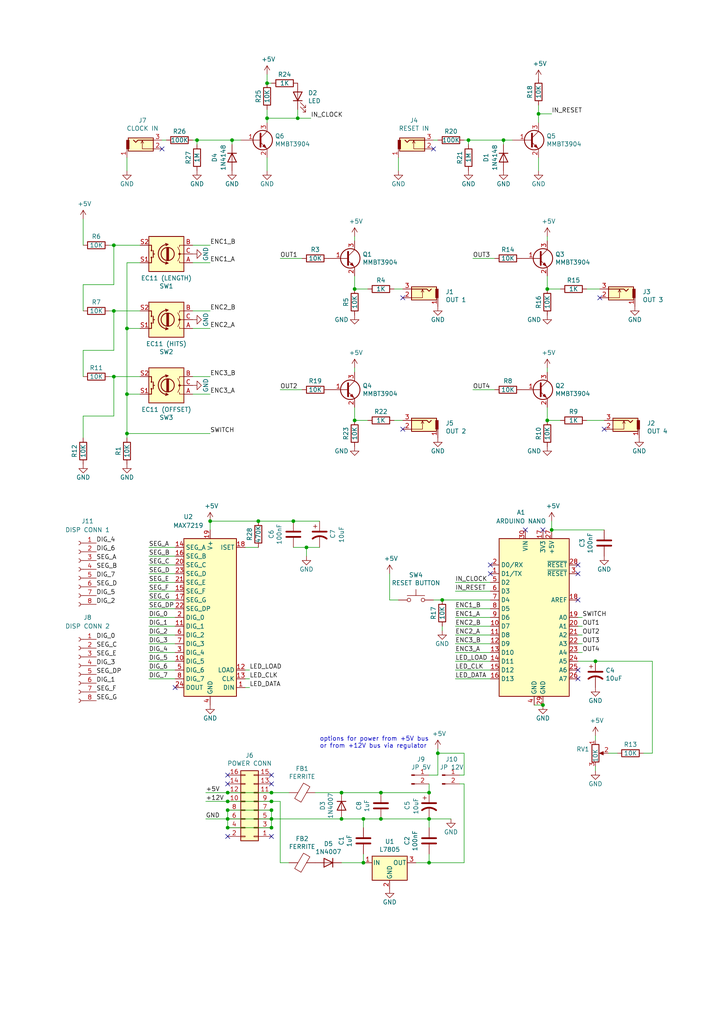
<source format=kicad_sch>
(kicad_sch (version 20211123) (generator eeschema)
  (paper "A4" portrait)
  (title_block (title "Eugenio - Euclidean Sequencer") (date "2022-08-13") (rev "E"))
  (lib_symbols
    (symbol "Akiyuki_Connector:THONKICONN" (pin_names (offset 1.016))
      (property "Reference" "J" (at -1.27 4.445 0))
      (property "Value" "THONKICONN" (at 1.27 -2.54 0))
      (symbol "THONKICONN_1_1"
        (pin passive line (at -5.08 -2.54 90) (length 2.54) (name "~") (number "1"))
        (pin passive line (at 5.08 0 180) (length 2.54) (name "~") (number "2"))
        (pin passive line (at 5.08 2.54 180) (length 2.54) (name "~") (number "3"))
      )
    )
    (symbol "Connector:Conn_01x02_Male" (pin_names (offset 1.016) hide)
      (property "Reference" "J" (at 0 2.54 0))
      (property "Value" "Conn_01x02_Male" (at 0 -5.08 0))
      (symbol "Conn_01x02_Male_1_1"
        (pin passive line (at 5.08 0 180) (length 3.81) (name "Pin_1") (number "1"))
        (pin passive line (at 5.08 -2.54 180) (length 3.81) (name "Pin_2") (number "2"))
      )
    )
    (symbol "Connector:Conn_01x08_Female" (pin_names (offset 1.016) hide)
      (property "Reference" "J" (at 0 10.16 0))
      (property "Value" "Conn_01x08_Female" (at 0 -12.7 0))
      (symbol "Conn_01x08_Female_1_1"
        (pin passive line (at -5.08 7.62 0) (length 3.81) (name "Pin_1") (number "1"))
        (pin passive line (at -5.08 5.08 0) (length 3.81) (name "Pin_2") (number "2"))
        (pin passive line (at -5.08 2.54 0) (length 3.81) (name "Pin_3") (number "3"))
        (pin passive line (at -5.08 0 0) (length 3.81) (name "Pin_4") (number "4"))
        (pin passive line (at -5.08 -2.54 0) (length 3.81) (name "Pin_5") (number "5"))
        (pin passive line (at -5.08 -5.08 0) (length 3.81) (name "Pin_6") (number "6"))
        (pin passive line (at -5.08 -7.62 0) (length 3.81) (name "Pin_7") (number "7"))
        (pin passive line (at -5.08 -10.16 0) (length 3.81) (name "Pin_8") (number "8"))
      )
    )
    (symbol "Connector_Generic:Conn_02x08_Odd_Even" (pin_names (offset 1.016) hide)
      (property "Reference" "J" (at 1.27 10.16 0))
      (property "Value" "Conn_02x08_Odd_Even" (at 1.27 -12.7 0))
      (symbol "Conn_02x08_Odd_Even_1_1"
        (pin passive line (at -5.08 7.62 0) (length 3.81) (name "Pin_1") (number "1"))
        (pin passive line (at 7.62 -2.54 180) (length 3.81) (name "Pin_10") (number "10"))
        (pin passive line (at -5.08 -5.08 0) (length 3.81) (name "Pin_11") (number "11"))
        (pin passive line (at 7.62 -5.08 180) (length 3.81) (name "Pin_12") (number "12"))
        (pin passive line (at -5.08 -7.62 0) (length 3.81) (name "Pin_13") (number "13"))
        (pin passive line (at 7.62 -7.62 180) (length 3.81) (name "Pin_14") (number "14"))
        (pin passive line (at -5.08 -10.16 0) (length 3.81) (name "Pin_15") (number "15"))
        (pin passive line (at 7.62 -10.16 180) (length 3.81) (name "Pin_16") (number "16"))
        (pin passive line (at 7.62 7.62 180) (length 3.81) (name "Pin_2") (number "2"))
        (pin passive line (at -5.08 5.08 0) (length 3.81) (name "Pin_3") (number "3"))
        (pin passive line (at 7.62 5.08 180) (length 3.81) (name "Pin_4") (number "4"))
        (pin passive line (at -5.08 2.54 0) (length 3.81) (name "Pin_5") (number "5"))
        (pin passive line (at 7.62 2.54 180) (length 3.81) (name "Pin_6") (number "6"))
        (pin passive line (at -5.08 0 0) (length 3.81) (name "Pin_7") (number "7"))
        (pin passive line (at 7.62 0 180) (length 3.81) (name "Pin_8") (number "8"))
        (pin passive line (at -5.08 -2.54 0) (length 3.81) (name "Pin_9") (number "9"))
      )
    )
    (symbol "Device:C" (pin_numbers hide) (pin_names (offset 0.254))
      (property "Reference" "C" (at 0.635 2.54 0))
      (property "Value" "C" (at 0.635 -2.54 0))
      (symbol "C_1_1"
        (pin passive line (at 0 3.81 270) (length 2.794) (name "~") (number "1"))
        (pin passive line (at 0 -3.81 90) (length 2.794) (name "~") (number "2"))
      )
    )
    (symbol "Device:C_Polarized_US" (pin_numbers hide) (pin_names (offset 0.254) hide)
      (property "Reference" "C" (at 0.635 2.54 0))
      (property "Value" "C_Polarized_US" (at 0.635 -2.54 0))
      (symbol "C_Polarized_US_1_1"
        (pin passive line (at 0 3.81 270) (length 2.794) (name "~") (number "1"))
        (pin passive line (at 0 -3.81 90) (length 3.302) (name "~") (number "2"))
      )
    )
    (symbol "Device:FerriteBead" (pin_numbers hide) (pin_names (offset 0))
      (property "Reference" "FB" (at -3.81 0.635 90))
      (property "Value" "FerriteBead" (at 3.81 0 90))
      (symbol "FerriteBead_1_1"
        (pin passive line (at 0 3.81 270) (length 2.54) (name "~") (number "1"))
        (pin passive line (at 0 -3.81 90) (length 2.54) (name "~") (number "2"))
      )
    )
    (symbol "Device:LED" (pin_numbers hide) (pin_names (offset 1.016) hide)
      (property "Reference" "D" (at 0 2.54 0))
      (property "Value" "LED" (at 0 -2.54 0))
      (symbol "LED_1_1"
        (pin passive line (at -3.81 0 0) (length 2.54) (name "K") (number "1"))
        (pin passive line (at 3.81 0 180) (length 2.54) (name "A") (number "2"))
      )
    )
    (symbol "Device:R" (pin_numbers hide) (pin_names (offset 0))
      (property "Reference" "R" (at 2.032 0 90))
      (property "Value" "R" (at 0 0 90))
      (symbol "R_1_1"
        (pin passive line (at 0 3.81 270) (length 1.27) (name "~") (number "1"))
        (pin passive line (at 0 -3.81 90) (length 1.27) (name "~") (number "2"))
      )
    )
    (symbol "Device:R_Potentiometer" (pin_names (offset 1.016) hide)
      (property "Reference" "RV" (at -4.445 0 90))
      (property "Value" "R_Potentiometer" (at -2.54 0 90))
      (symbol "R_Potentiometer_1_1"
        (pin passive line (at 0 3.81 270) (length 1.27) (name "1") (number "1"))
        (pin passive line (at 3.81 0 180) (length 1.27) (name "2") (number "2"))
        (pin passive line (at 0 -3.81 90) (length 1.27) (name "3") (number "3"))
      )
    )
    (symbol "Device:RotaryEncoder_Switch" (pin_names (offset 0.254) hide)
      (property "Reference" "SW" (at 0 6.604 0))
      (property "Value" "RotaryEncoder_Switch" (at 0 -6.604 0))
      (symbol "RotaryEncoder_Switch_1_1"
        (pin passive line (at -7.62 2.54 0) (length 2.54) (name "A") (number "A"))
        (pin passive line (at -7.62 -2.54 0) (length 2.54) (name "B") (number "B"))
        (pin passive line (at -7.62 0 0) (length 2.54) (name "C") (number "C"))
        (pin passive line (at 7.62 2.54 180) (length 2.54) (name "S1") (number "S1"))
        (pin passive line (at 7.62 -2.54 180) (length 2.54) (name "S2") (number "S2"))
      )
    )
    (symbol "Diode:1N4007" (pin_numbers hide) (pin_names (offset 1.016) hide)
      (property "Reference" "D" (at 0 2.54 0))
      (property "Value" "1N4007" (at 0 -2.54 0))
      (symbol "1N4007_1_1"
        (pin passive line (at -3.81 0 0) (length 2.54) (name "K") (number "1"))
        (pin passive line (at 3.81 0 180) (length 2.54) (name "A") (number "2"))
      )
    )
    (symbol "Diode:1N4148" (pin_numbers hide) (pin_names (offset 1.016) hide)
      (property "Reference" "D" (at 0 2.54 0))
      (property "Value" "1N4148" (at 0 -2.54 0))
      (symbol "1N4148_1_1"
        (pin passive line (at -3.81 0 0) (length 2.54) (name "K") (number "1"))
        (pin passive line (at 3.81 0 180) (length 2.54) (name "A") (number "2"))
      )
    )
    (symbol "Driver_LED:MAX7219"
      (property "Reference" "U" (at -6.35 24.13 0))
      (property "Value" "MAX7219" (at 1.27 25.4 0))
      (symbol "MAX7219_1_1"
        (pin input line (at -10.16 -20.32 0) (length 2.54) (name "DIN") (number "1"))
        (pin output line (at 10.16 -12.7 180) (length 2.54) (name "DIG_5") (number "10"))
        (pin output line (at 10.16 -2.54 180) (length 2.54) (name "DIG_1") (number "11"))
        (pin input line (at -10.16 -15.24 0) (length 2.54) (name "LOAD") (number "12"))
        (pin input line (at -10.16 -17.78 0) (length 2.54) (name "CLK") (number "13"))
        (pin output line (at 10.16 20.32 180) (length 2.54) (name "SEG_A") (number "14"))
        (pin output line (at 10.16 7.62 180) (length 2.54) (name "SEG_F") (number "15"))
        (pin output line (at 10.16 17.78 180) (length 2.54) (name "SEG_B") (number "16"))
        (pin output line (at 10.16 5.08 180) (length 2.54) (name "SEG_G") (number "17"))
        (pin input line (at -10.16 20.32 0) (length 2.54) (name "ISET") (number "18"))
        (pin power_in line (at 0 25.4 270) (length 2.54) (name "V+") (number "19"))
        (pin output line (at 10.16 0 180) (length 2.54) (name "DIG_0") (number "2"))
        (pin output line (at 10.16 15.24 180) (length 2.54) (name "SEG_C") (number "20"))
        (pin output line (at 10.16 10.16 180) (length 2.54) (name "SEG_E") (number "21"))
        (pin output line (at 10.16 2.54 180) (length 2.54) (name "SEG_DP") (number "22"))
        (pin output line (at 10.16 12.7 180) (length 2.54) (name "SEG_D") (number "23"))
        (pin output line (at 10.16 -20.32 180) (length 2.54) (name "DOUT") (number "24"))
        (pin output line (at 10.16 -10.16 180) (length 2.54) (name "DIG_4") (number "3"))
        (pin power_in line (at 0 -25.4 90) (length 2.54) (name "GND") (number "4"))
        (pin output line (at 10.16 -15.24 180) (length 2.54) (name "DIG_6") (number "5"))
        (pin output line (at 10.16 -5.08 180) (length 2.54) (name "DIG_2") (number "6"))
        (pin output line (at 10.16 -7.62 180) (length 2.54) (name "DIG_3") (number "7"))
        (pin output line (at 10.16 -17.78 180) (length 2.54) (name "DIG_7") (number "8"))
        (pin passive line (at 0 -25.4 90) (length 2.54) hide (name "GND") (number "9"))
      )
    )
    (symbol "MCU_Module:Arduino_Nano_v3.x"
      (property "Reference" "A" (at -10.16 23.495 0))
      (property "Value" "Arduino_Nano_v3.x" (at 5.08 -24.13 0))
      (symbol "Arduino_Nano_v3.x_1_1"
        (pin bidirectional line (at -12.7 12.7 0) (length 2.54) (name "D1/TX") (number "1"))
        (pin bidirectional line (at -12.7 -2.54 0) (length 2.54) (name "D7") (number "10"))
        (pin bidirectional line (at -12.7 -5.08 0) (length 2.54) (name "D8") (number "11"))
        (pin bidirectional line (at -12.7 -7.62 0) (length 2.54) (name "D9") (number "12"))
        (pin bidirectional line (at -12.7 -10.16 0) (length 2.54) (name "D10") (number "13"))
        (pin bidirectional line (at -12.7 -12.7 0) (length 2.54) (name "D11") (number "14"))
        (pin bidirectional line (at -12.7 -15.24 0) (length 2.54) (name "D12") (number "15"))
        (pin bidirectional line (at -12.7 -17.78 0) (length 2.54) (name "D13") (number "16"))
        (pin power_out line (at 2.54 25.4 270) (length 2.54) (name "3V3") (number "17"))
        (pin input line (at 12.7 5.08 180) (length 2.54) (name "AREF") (number "18"))
        (pin bidirectional line (at 12.7 0 180) (length 2.54) (name "A0") (number "19"))
        (pin bidirectional line (at -12.7 15.24 0) (length 2.54) (name "D0/RX") (number "2"))
        (pin bidirectional line (at 12.7 -2.54 180) (length 2.54) (name "A1") (number "20"))
        (pin bidirectional line (at 12.7 -5.08 180) (length 2.54) (name "A2") (number "21"))
        (pin bidirectional line (at 12.7 -7.62 180) (length 2.54) (name "A3") (number "22"))
        (pin bidirectional line (at 12.7 -10.16 180) (length 2.54) (name "A4") (number "23"))
        (pin bidirectional line (at 12.7 -12.7 180) (length 2.54) (name "A5") (number "24"))
        (pin bidirectional line (at 12.7 -15.24 180) (length 2.54) (name "A6") (number "25"))
        (pin bidirectional line (at 12.7 -17.78 180) (length 2.54) (name "A7") (number "26"))
        (pin power_out line (at 5.08 25.4 270) (length 2.54) (name "+5V") (number "27"))
        (pin input line (at 12.7 15.24 180) (length 2.54) (name "~{RESET}") (number "28"))
        (pin power_in line (at 2.54 -25.4 90) (length 2.54) (name "GND") (number "29"))
        (pin input line (at 12.7 12.7 180) (length 2.54) (name "~{RESET}") (number "3"))
        (pin power_in line (at -2.54 25.4 270) (length 2.54) (name "VIN") (number "30"))
        (pin power_in line (at 0 -25.4 90) (length 2.54) (name "GND") (number "4"))
        (pin bidirectional line (at -12.7 10.16 0) (length 2.54) (name "D2") (number "5"))
        (pin bidirectional line (at -12.7 7.62 0) (length 2.54) (name "D3") (number "6"))
        (pin bidirectional line (at -12.7 5.08 0) (length 2.54) (name "D4") (number "7"))
        (pin bidirectional line (at -12.7 2.54 0) (length 2.54) (name "D5") (number "8"))
        (pin bidirectional line (at -12.7 0 0) (length 2.54) (name "D6") (number "9"))
      )
    )
    (symbol "Regulator_Linear:L7805" (pin_names (offset 0.254))
      (property "Reference" "U" (at -3.81 3.175 0))
      (property "Value" "L7805" (at 0 3.175 0))
      (symbol "L7805_1_1"
        (pin power_in line (at -7.62 0 0) (length 2.54) (name "IN") (number "1"))
        (pin power_in line (at 0 -7.62 90) (length 2.54) (name "GND") (number "2"))
        (pin power_out line (at 7.62 0 180) (length 2.54) (name "OUT") (number "3"))
      )
    )
    (symbol "Switch:SW_Push" (pin_numbers hide) (pin_names (offset 1.016) hide)
      (property "Reference" "SW" (at 1.27 2.54 0))
      (property "Value" "SW_Push" (at 0 -1.524 0))
      (symbol "SW_Push_0_1"
        (pin passive line (at -5.08 0 0) (length 2.54) (name "1") (number "1"))
        (pin passive line (at 5.08 0 180) (length 2.54) (name "2") (number "2"))
      )
    )
    (symbol "Transistor_BJT:MMBT3904" (pin_names (offset 0) hide)
      (property "Reference" "Q" (at 5.08 1.905 0))
      (property "Value" "MMBT3904" (at 5.08 0 0))
      (symbol "MMBT3904_1_1"
        (pin input line (at -5.08 0 0) (length 5.715) (name "B") (number "1"))
        (pin passive line (at 2.54 -5.08 90) (length 2.54) (name "E") (number "2"))
        (pin passive line (at 2.54 5.08 270) (length 2.54) (name "C") (number "3"))
      )
    )
    (symbol "power:+5V" (power) (pin_names (offset 0))
      (property "Value" "+5V" (at 0 3.556 0))
      (symbol "+5V_1_1"
        (pin power_in line (at 0 0 90) (length 0) hide (name "+5V") (number "1"))
      )
    )
    (symbol "power:GND" (power) (pin_names (offset 0))
      (property "Value" "GND" (at 0 -3.81 0))
      (symbol "GND_1_1"
        (pin power_in line (at 0 0 270) (length 0) hide (name "GND") (number "1"))
      )
    )
  )
  (junction (at 74.93 151.13))
  (junction (at 128.27 173.99))
  (junction (at 36.83 95.25))
  (junction (at 172.72 191.77))
  (junction (at 33.02 90.17))
  (junction (at 66.04 240.03))
  (junction (at 66.04 232.41))
  (junction (at 158.75 121.92))
  (junction (at 78.74 237.49))
  (junction (at 105.41 250.19))
  (junction (at 57.15 40.64))
  (junction (at 66.04 237.49))
  (junction (at 160.02 153.67))
  (junction (at 110.49 229.87))
  (junction (at 67.31 40.64))
  (junction (at 124.46 237.49))
  (junction (at 102.87 121.92))
  (junction (at 60.96 151.13))
  (junction (at 158.75 83.82))
  (junction (at 77.47 34.29))
  (junction (at 33.02 109.22))
  (junction (at 99.06 237.49))
  (junction (at 99.06 229.87))
  (junction (at 124.46 229.87))
  (junction (at 78.74 229.87))
  (junction (at 78.74 240.03))
  (junction (at 157.48 204.47))
  (junction (at 146.05 40.64))
  (junction (at 66.04 229.87))
  (junction (at 156.21 33.02))
  (junction (at 127 218.44))
  (junction (at 78.74 234.95))
  (junction (at 86.36 34.29))
  (junction (at 77.47 24.13))
  (junction (at 88.9 158.75))
  (junction (at 110.49 237.49))
  (junction (at 102.87 83.82))
  (junction (at 124.46 250.19))
  (junction (at 85.09 151.13))
  (junction (at 36.83 125.73))
  (junction (at 105.41 237.49))
  (junction (at 36.83 114.3))
  (junction (at 78.74 232.41))
  (junction (at 33.02 71.12))
  (junction (at 66.04 234.95))
  (junction (at 135.89 40.64))
  (no_connect (at 125.73 43.18))
  (no_connect (at 50.8 199.39))
  (no_connect (at 46.99 43.18))
  (no_connect (at 116.84 124.46))
  (no_connect (at 116.84 86.36))
  (no_connect (at 175.26 124.46))
  (no_connect (at 173.99 86.36))
  (no_connect (at 78.74 224.79))
  (no_connect (at 78.74 227.33))
  (no_connect (at 66.04 227.33))
  (no_connect (at 66.04 224.79))
  (no_connect (at 78.74 242.57))
  (no_connect (at 66.04 242.57))
  (no_connect (at 167.64 173.99))
  (no_connect (at 167.64 166.37))
  (no_connect (at 167.64 163.83))
  (no_connect (at 142.24 163.83))
  (no_connect (at 142.24 166.37))
  (no_connect (at 152.4 153.67))
  (no_connect (at 157.48 153.67))
  (no_connect (at 167.64 196.85))
  (no_connect (at 167.64 194.31))
  (wire (pts (xy 50.8 161.29) (xy 43.18 161.29)))
  (wire (pts (xy 160.02 151.13) (xy 160.02 153.67)))
  (wire (pts (xy 125.73 173.99) (xy 128.27 173.99)))
  (wire (pts (xy 158.75 80.01) (xy 158.75 83.82)))
  (wire (pts (xy 127 218.44) (xy 127 217.17)))
  (wire (pts (xy 40.64 114.3) (xy 36.83 114.3)))
  (wire (pts (xy 60.96 151.13) (xy 74.93 151.13)))
  (wire (pts (xy 102.87 118.11) (xy 102.87 121.92)))
  (wire (pts (xy 43.18 181.61) (xy 50.8 181.61)))
  (wire (pts (xy 31.75 71.12) (xy 33.02 71.12)))
  (wire (pts (xy 31.75 109.22) (xy 33.02 109.22)))
  (wire (pts (xy 77.47 45.72) (xy 77.47 49.53)))
  (wire (pts (xy 81.28 74.93) (xy 87.63 74.93)))
  (wire (pts (xy 50.8 163.83) (xy 43.18 163.83)))
  (wire (pts (xy 160.02 153.67) (xy 175.26 153.67)))
  (wire (pts (xy 128.27 181.61) (xy 128.27 182.88)))
  (wire (pts (xy 71.12 196.85) (xy 72.39 196.85)))
  (wire (pts (xy 71.12 199.39) (xy 72.39 199.39)))
  (wire (pts (xy 142.24 194.31) (xy 132.08 194.31)))
  (wire (pts (xy 85.09 151.13) (xy 92.71 151.13)))
  (wire (pts (xy 24.13 63.5) (xy 24.13 71.12)))
  (wire (pts (xy 57.15 40.64) (xy 67.31 40.64)))
  (wire (pts (xy 43.18 196.85) (xy 50.8 196.85)))
  (wire (pts (xy 43.18 173.99) (xy 50.8 173.99)))
  (wire (pts (xy 66.04 237.49) (xy 78.74 237.49)))
  (wire (pts (xy 172.72 222.25) (xy 172.72 223.52)))
  (wire (pts (xy 124.46 227.33) (xy 124.46 229.87)))
  (wire (pts (xy 71.12 194.31) (xy 72.39 194.31)))
  (wire (pts (xy 81.28 232.41) (xy 81.28 250.19)))
  (wire (pts (xy 57.15 41.91) (xy 57.15 40.64)))
  (wire (pts (xy 81.28 113.03) (xy 87.63 113.03)))
  (wire (pts (xy 24.13 120.65) (xy 24.13 127)))
  (wire (pts (xy 55.88 114.3) (xy 60.96 114.3)))
  (wire (pts (xy 74.93 158.75) (xy 71.12 158.75)))
  (wire (pts (xy 132.08 196.85) (xy 142.24 196.85)))
  (wire (pts (xy 85.09 158.75) (xy 88.9 158.75)))
  (wire (pts (xy 24.13 90.17) (xy 24.13 82.55)))
  (wire (pts (xy 167.64 181.61) (xy 168.91 181.61)))
  (wire (pts (xy 156.21 33.02) (xy 156.21 35.56)))
  (wire (pts (xy 59.69 237.49) (xy 66.04 237.49)))
  (wire (pts (xy 132.08 171.45) (xy 142.24 171.45)))
  (wire (pts (xy 55.88 40.64) (xy 57.15 40.64)))
  (wire (pts (xy 99.06 237.49) (xy 105.41 237.49)))
  (wire (pts (xy 66.04 229.87) (xy 78.74 229.87)))
  (wire (pts (xy 67.31 40.64) (xy 67.31 41.91)))
  (wire (pts (xy 175.26 121.92) (xy 170.18 121.92)))
  (wire (pts (xy 134.62 250.19) (xy 134.62 227.33)))
  (wire (pts (xy 24.13 109.22) (xy 24.13 101.6)))
  (wire (pts (xy 88.9 158.75) (xy 88.9 161.29)))
  (wire (pts (xy 105.41 250.19) (xy 105.41 247.65)))
  (wire (pts (xy 132.08 179.07) (xy 142.24 179.07)))
  (wire (pts (xy 113.03 173.99) (xy 115.57 173.99)))
  (wire (pts (xy 66.04 234.95) (xy 66.04 237.49)))
  (wire (pts (xy 176.53 218.44) (xy 179.07 218.44)))
  (wire (pts (xy 36.83 125.73) (xy 36.83 127)))
  (wire (pts (xy 115.57 49.53) (xy 115.57 45.72)))
  (wire (pts (xy 158.75 68.58) (xy 158.75 69.85)))
  (wire (pts (xy 110.49 229.87) (xy 124.46 229.87)))
  (wire (pts (xy 55.88 109.22) (xy 60.96 109.22)))
  (wire (pts (xy 167.64 184.15) (xy 168.91 184.15)))
  (wire (pts (xy 132.08 168.91) (xy 142.24 168.91)))
  (wire (pts (xy 91.44 229.87) (xy 99.06 229.87)))
  (wire (pts (xy 99.06 229.87) (xy 110.49 229.87)))
  (wire (pts (xy 189.23 191.77) (xy 189.23 218.44)))
  (wire (pts (xy 124.46 240.03) (xy 124.46 237.49)))
  (wire (pts (xy 105.41 237.49) (xy 110.49 237.49)))
  (wire (pts (xy 134.62 218.44) (xy 127 218.44)))
  (wire (pts (xy 135.89 40.64) (xy 146.05 40.64)))
  (wire (pts (xy 102.87 68.58) (xy 102.87 69.85)))
  (wire (pts (xy 67.31 40.64) (xy 69.85 40.64)))
  (wire (pts (xy 33.02 101.6) (xy 33.02 90.17)))
  (wire (pts (xy 134.62 40.64) (xy 135.89 40.64)))
  (wire (pts (xy 137.16 74.93) (xy 143.51 74.93)))
  (wire (pts (xy 66.04 232.41) (xy 78.74 232.41)))
  (wire (pts (xy 146.05 40.64) (xy 146.05 41.91)))
  (wire (pts (xy 132.08 191.77) (xy 142.24 191.77)))
  (wire (pts (xy 40.64 95.25) (xy 36.83 95.25)))
  (wire (pts (xy 43.18 168.91) (xy 50.8 168.91)))
  (wire (pts (xy 36.83 95.25) (xy 36.83 114.3)))
  (wire (pts (xy 50.8 158.75) (xy 43.18 158.75)))
  (wire (pts (xy 124.46 224.79) (xy 127 224.79)))
  (wire (pts (xy 40.64 76.2) (xy 36.83 76.2)))
  (wire (pts (xy 137.16 113.03) (xy 143.51 113.03)))
  (wire (pts (xy 24.13 82.55) (xy 33.02 82.55)))
  (wire (pts (xy 110.49 237.49) (xy 124.46 237.49)))
  (wire (pts (xy 33.02 82.55) (xy 33.02 71.12)))
  (wire (pts (xy 66.04 240.03) (xy 78.74 240.03)))
  (wire (pts (xy 59.69 229.87) (xy 66.04 229.87)))
  (wire (pts (xy 77.47 21.59) (xy 77.47 24.13)))
  (wire (pts (xy 124.46 250.19) (xy 134.62 250.19)))
  (wire (pts (xy 133.35 227.33) (xy 134.62 227.33)))
  (wire (pts (xy 102.87 83.82) (xy 106.68 83.82)))
  (wire (pts (xy 24.13 101.6) (xy 33.02 101.6)))
  (wire (pts (xy 66.04 234.95) (xy 78.74 234.95)))
  (wire (pts (xy 158.75 118.11) (xy 158.75 121.92)))
  (wire (pts (xy 105.41 240.03) (xy 105.41 237.49)))
  (wire (pts (xy 59.69 232.41) (xy 66.04 232.41)))
  (wire (pts (xy 55.88 71.12) (xy 60.96 71.12)))
  (wire (pts (xy 170.18 83.82) (xy 173.99 83.82)))
  (wire (pts (xy 43.18 189.23) (xy 50.8 189.23)))
  (wire (pts (xy 36.83 95.25) (xy 36.83 76.2)))
  (wire (pts (xy 86.36 31.75) (xy 86.36 34.29)))
  (wire (pts (xy 102.87 121.92) (xy 106.68 121.92)))
  (wire (pts (xy 33.02 109.22) (xy 40.64 109.22)))
  (wire (pts (xy 55.88 95.25) (xy 60.96 95.25)))
  (wire (pts (xy 146.05 40.64) (xy 148.59 40.64)))
  (wire (pts (xy 77.47 34.29) (xy 86.36 34.29)))
  (wire (pts (xy 124.46 250.19) (xy 124.46 247.65)))
  (wire (pts (xy 156.21 33.02) (xy 160.02 33.02)))
  (wire (pts (xy 132.08 184.15) (xy 142.24 184.15)))
  (wire (pts (xy 113.03 166.37) (xy 113.03 173.99)))
  (wire (pts (xy 167.64 186.69) (xy 168.91 186.69)))
  (wire (pts (xy 116.84 121.92) (xy 114.3 121.92)))
  (wire (pts (xy 50.8 166.37) (xy 43.18 166.37)))
  (wire (pts (xy 120.65 250.19) (xy 124.46 250.19)))
  (wire (pts (xy 36.83 45.72) (xy 36.83 49.53)))
  (wire (pts (xy 77.47 31.75) (xy 77.47 34.29)))
  (wire (pts (xy 31.75 90.17) (xy 33.02 90.17)))
  (wire (pts (xy 55.88 90.17) (xy 60.96 90.17)))
  (wire (pts (xy 154.94 204.47) (xy 157.48 204.47)))
  (wire (pts (xy 116.84 83.82) (xy 114.3 83.82)))
  (wire (pts (xy 167.64 191.77) (xy 172.72 191.77)))
  (wire (pts (xy 156.21 30.48) (xy 156.21 33.02)))
  (wire (pts (xy 158.75 121.92) (xy 162.56 121.92)))
  (wire (pts (xy 43.18 191.77) (xy 50.8 191.77)))
  (wire (pts (xy 81.28 250.19) (xy 83.82 250.19)))
  (wire (pts (xy 167.64 189.23) (xy 168.91 189.23)))
  (wire (pts (xy 102.87 80.01) (xy 102.87 83.82)))
  (wire (pts (xy 124.46 237.49) (xy 130.81 237.49)))
  (wire (pts (xy 132.08 189.23) (xy 142.24 189.23)))
  (wire (pts (xy 128.27 173.99) (xy 142.24 173.99)))
  (wire (pts (xy 33.02 120.65) (xy 33.02 109.22)))
  (wire (pts (xy 127 224.79) (xy 127 218.44)))
  (wire (pts (xy 33.02 90.17) (xy 40.64 90.17)))
  (wire (pts (xy 78.74 237.49) (xy 99.06 237.49)))
  (wire (pts (xy 33.02 120.65) (xy 24.13 120.65)))
  (wire (pts (xy 60.96 151.13) (xy 60.96 153.67)))
  (wire (pts (xy 186.69 218.44) (xy 189.23 218.44)))
  (wire (pts (xy 132.08 176.53) (xy 142.24 176.53)))
  (wire (pts (xy 43.18 194.31) (xy 50.8 194.31)))
  (wire (pts (xy 125.73 40.64) (xy 127 40.64)))
  (wire (pts (xy 134.62 224.79) (xy 134.62 218.44)))
  (wire (pts (xy 158.75 83.82) (xy 162.56 83.82)))
  (wire (pts (xy 78.74 234.95) (xy 78.74 237.49)))
  (wire (pts (xy 77.47 34.29) (xy 77.47 35.56)))
  (wire (pts (xy 50.8 171.45) (xy 43.18 171.45)))
  (wire (pts (xy 135.89 41.91) (xy 135.89 40.64)))
  (wire (pts (xy 43.18 179.07) (xy 50.8 179.07)))
  (wire (pts (xy 36.83 125.73) (xy 60.96 125.73)))
  (wire (pts (xy 172.72 213.36) (xy 172.72 214.63)))
  (wire (pts (xy 92.71 158.75) (xy 88.9 158.75)))
  (wire (pts (xy 46.99 40.64) (xy 48.26 40.64)))
  (wire (pts (xy 77.47 24.13) (xy 78.74 24.13)))
  (wire (pts (xy 43.18 186.69) (xy 50.8 186.69)))
  (wire (pts (xy 156.21 45.72) (xy 156.21 49.53)))
  (wire (pts (xy 86.36 34.29) (xy 90.17 34.29)))
  (wire (pts (xy 133.35 224.79) (xy 134.62 224.79)))
  (wire (pts (xy 78.74 232.41) (xy 81.28 232.41)))
  (wire (pts (xy 74.93 151.13) (xy 85.09 151.13)))
  (wire (pts (xy 66.04 240.03) (xy 66.04 237.49)))
  (wire (pts (xy 78.74 229.87) (xy 83.82 229.87)))
  (wire (pts (xy 78.74 237.49) (xy 78.74 240.03)))
  (wire (pts (xy 36.83 114.3) (xy 36.83 125.73)))
  (wire (pts (xy 43.18 176.53) (xy 50.8 176.53)))
  (wire (pts (xy 43.18 184.15) (xy 50.8 184.15)))
  (wire (pts (xy 132.08 181.61) (xy 142.24 181.61)))
  (wire (pts (xy 132.08 186.69) (xy 142.24 186.69)))
  (wire (pts (xy 158.75 106.68) (xy 158.75 107.95)))
  (wire (pts (xy 102.87 106.68) (xy 102.87 107.95)))
  (wire (pts (xy 33.02 71.12) (xy 40.64 71.12)))
  (wire (pts (xy 172.72 191.77) (xy 189.23 191.77)))
  (wire (pts (xy 168.91 179.07) (xy 167.64 179.07)))
  (wire (pts (xy 55.88 76.2) (xy 60.96 76.2)))
  (wire (pts (xy 99.06 250.19) (xy 105.41 250.19)))
  (text "options for power from +5V bus\nor from +12V bus via regulator" (at 92.71 217.17 0) (effects (font (size 1.27 1.27)) (justify left bottom)))
  (label "ENC1_B" (at 60.96 71.12 0))
  (label "IN_RESET" (at 132.08 171.45 0))
  (label "ENC1_A" (at 132.08 179.07 0))
  (label "SEG_DP" (at 43.18 176.53 0))
  (label "ENC3_A" (at 60.96 114.3 0))
  (label "ENC2_B" (at 60.96 90.17 0))
  (label "OUT1" (at 168.91 181.61 0))
  (label "SEG_A" (at 43.18 158.75 0))
  (label "ENC1_A" (at 60.96 76.2 0))
  (label "SEG_B" (at 27.94 165.1 0))
  (label "DIG_7" (at 43.18 196.85 0))
  (label "SEG_C" (at 27.94 187.96 0))
  (label "SEG_B" (at 43.18 161.29 0))
  (label "LED_LOAD" (at 132.08 191.77 0))
  (label "OUT2" (at 168.91 184.15 0))
  (label "GND" (at 59.69 237.49 0))
  (label "SEG_E" (at 27.94 190.5 0))
  (label "DIG_3" (at 27.94 193.04 0))
  (label "LED_LOAD" (at 72.39 194.31 0))
  (label "SEG_F" (at 27.94 200.66 0))
  (label "SWITCH" (at 60.96 125.73 0))
  (label "OUT2" (at 81.28 113.03 0))
  (label "SEG_F" (at 43.18 171.45 0))
  (label "DIG_1" (at 43.18 181.61 0))
  (label "+12V" (at 59.69 232.41 0))
  (label "DIG_2" (at 27.94 175.26 0))
  (label "SWITCH" (at 168.91 179.07 0))
  (label "SEG_A" (at 27.94 162.56 0))
  (label "SEG_D" (at 43.18 166.37 0))
  (label "ENC2_A" (at 60.96 95.25 0))
  (label "IN_CLOCK" (at 132.08 168.91 0))
  (label "ENC2_B" (at 132.08 181.61 0))
  (label "OUT4" (at 137.16 113.03 0))
  (label "LED_CLK" (at 72.39 196.85 0))
  (label "OUT4" (at 168.91 189.23 0))
  (label "ENC3_A" (at 132.08 189.23 0))
  (label "LED_DATA" (at 132.08 196.85 0))
  (label "SEG_DP" (at 27.94 195.58 0))
  (label "DIG_6" (at 43.18 194.31 0))
  (label "IN_RESET" (at 160.02 33.02 0))
  (label "SEG_G" (at 43.18 173.99 0))
  (label "OUT3" (at 137.16 74.93 0))
  (label "DIG_2" (at 43.18 184.15 0))
  (label "DIG_3" (at 43.18 186.69 0))
  (label "ENC2_A" (at 132.08 184.15 0))
  (label "DIG_0" (at 27.94 185.42 0))
  (label "SEG_G" (at 27.94 203.2 0))
  (label "SEG_E" (at 43.18 168.91 0))
  (label "DIG_6" (at 27.94 160.02 0))
  (label "+5V" (at 59.69 229.87 0))
  (label "DIG_7" (at 27.94 167.64 0))
  (label "OUT1" (at 81.28 74.93 0))
  (label "ENC3_B" (at 60.96 109.22 0))
  (label "DIG_1" (at 27.94 198.12 0))
  (label "LED_CLK" (at 132.08 194.31 0))
  (label "SEG_C" (at 43.18 163.83 0))
  (label "ENC1_B" (at 132.08 176.53 0))
  (label "DIG_4" (at 43.18 189.23 0))
  (label "DIG_0" (at 43.18 179.07 0))
  (label "DIG_5" (at 43.18 191.77 0))
  (label "IN_CLOCK" (at 90.17 34.29 0))
  (label "SEG_D" (at 27.94 170.18 0))
  (label "OUT3" (at 168.91 186.69 0))
  (label "ENC3_B" (at 132.08 186.69 0))
  (label "LED_DATA" (at 72.39 199.39 0))
  (label "DIG_4" (at 27.94 157.48 0))
  (label "DIG_5" (at 27.94 172.72 0))
  (symbol (lib_id "Device:R") (at 110.49 121.92 270) (unit 1)
    (property "Reference" "R22" (at 110.49 119.38 90))
    (property "Value" "1K" (at 110.49 121.92 90))
    (property "Footprint" "Resistor_SMD:R_0805_2012Metric" (effects hide))
  )
  (symbol (lib_id "power:GND") (at 77.47 49.53 0) (unit 1)
    (property "Reference" "#PWR041" (effects hide))
    (property "Value" "GND" (at 77.47 53.34 0))
  )
  (symbol (lib_id "Transistor_BJT:MMBT3904") (at 74.93 40.64 0) (unit 1)
    (property "Reference" "Q6" (at 79.756 39.4716 0) (effects (justify left)))
    (property "Value" "MMBT3904" (at 79.756 41.783 0) (effects (justify left)))
    (property "Footprint" "Package_TO_SOT_SMD:SOT-23" (effects hide))
    (property "Datasheet" "https://www.onsemi.com/pub/Collateral/2N3903-D.PDF" (effects hide))
  )
  (symbol (lib_id "Device:R") (at 77.47 27.94 0) (unit 1)
    (property "Reference" "R25" (at 74.93 27.94 90))
    (property "Value" "10K" (at 77.47 27.94 90))
    (property "Footprint" "Resistor_SMD:R_0805_2012Metric" (effects hide))
  )
  (symbol (lib_id "Device:R") (at 82.55 24.13 270) (unit 1)
    (property "Reference" "R24" (at 82.55 21.59 90))
    (property "Value" "1K" (at 82.55 24.13 90))
    (property "Footprint" "Resistor_SMD:R_0805_2012Metric" (effects hide))
  )
  (symbol (lib_id "power:+5V") (at 160.02 151.13 0) (unit 1)
    (property "Reference" "#PWR04" (effects hide))
    (property "Value" "+5V" (at 160.401 146.7358 0))
  )
  (symbol (lib_id "power:+5V") (at 156.21 22.86 0) (unit 1)
    (property "Reference" "#PWR027" (effects hide))
    (property "Value" "+5V" (at 156.591 18.4658 0))
  )
  (symbol (lib_id "Device:R") (at 57.15 45.72 0) (unit 1)
    (property "Reference" "R27" (at 54.61 45.72 90))
    (property "Value" "1M" (at 57.15 45.72 90))
    (property "Footprint" "Resistor_SMD:R_0805_2012Metric" (effects hide))
  )
  (symbol (lib_id "Diode:1N4148") (at 146.05 45.72 270) (unit 1)
    (property "Reference" "D1" (at 140.97 45.72 0))
    (property "Value" "1N4148" (at 143.51 45.72 0))
    (property "Footprint" "Diode_SMD:D_0805_2012Metric" (effects hide))
    (property "Datasheet" "https://assets.nexperia.com/documents/data-sheet/1N4148_1N4448.pdf" (effects hide))
  )
  (symbol (lib_id "Diode:1N4148") (at 67.31 45.72 270) (unit 1)
    (property "Reference" "D4" (at 62.23 45.72 0))
    (property "Value" "1N4148" (at 64.77 45.72 0))
    (property "Footprint" "Diode_SMD:D_0805_2012Metric" (effects hide))
    (property "Datasheet" "https://assets.nexperia.com/documents/data-sheet/1N4148_1N4448.pdf" (effects hide))
  )
  (symbol (lib_id "power:GND") (at 67.31 49.53 0) (unit 1)
    (property "Reference" "#PWR040" (effects hide))
    (property "Value" "GND" (at 67.31 53.34 0))
  )
  (symbol (lib_id "power:+5V") (at 77.47 21.59 0) (unit 1)
    (property "Reference" "#PWR035" (effects hide))
    (property "Value" "+5V" (at 77.851 17.1958 0))
  )
  (symbol (lib_id "Device:R") (at 182.88 218.44 270) (unit 1)
    (property "Reference" "R13" (at 182.88 215.9 90))
    (property "Value" "10K" (at 182.88 218.44 90))
    (property "Footprint" "Resistor_SMD:R_0805_2012Metric" (effects hide))
  )
  (symbol (lib_id "Device:R_Potentiometer") (at 172.72 218.44 0) (unit 1)
    (property "Reference" "RV1" (at 170.9674 217.2716 0) (effects (justify right)))
    (property "Value" "10K" (at 172.72 217.17 90) (effects (justify right)))
    (property "Footprint" "Potentiometer_THT:Potentiometer_Alpha_RD901F-40-00D_Single_Vertical" (effects hide))
  )
  (symbol (lib_id "Device:C_Polarized_US") (at 172.72 195.58 0) (unit 1)
    (property "Reference" "C4" (at 175.641 194.4116 0) (effects (justify left)))
    (property "Value" "10uF" (at 175.641 196.723 0) (effects (justify left)))
    (property "Footprint" "Capacitor_SMD:CP_Elec_5x4.5" (effects hide))
  )
  (symbol (lib_id "power:GND") (at 172.72 199.39 0) (unit 1)
    (property "Reference" "#PWR022" (effects hide))
    (property "Value" "GND" (at 172.72 203.2 0))
  )
  (symbol (lib_id "Device:LED") (at 86.36 27.94 90) (unit 1)
    (property "Reference" "D2" (at 89.3572 26.9494 90) (effects (justify right)))
    (property "Value" "LED" (at 89.3572 29.2608 90) (effects (justify right)))
    (property "Footprint" "LED_THT:LED_D3.0mm" (effects hide))
  )
  (symbol (lib_id "Device:FerriteBead") (at 87.63 229.87 270) (unit 1)
    (property "Reference" "FB1" (at 87.63 222.9104 90))
    (property "Value" "FERRITE" (at 87.63 225.2218 90))
    (property "Footprint" "Inductor_SMD:L_0603_1608Metric" (effects hide))
  )
  (symbol (lib_id "power:GND") (at 175.26 161.29 0) (unit 1)
    (property "Reference" "#PWR05" (effects hide))
    (property "Value" "GND" (at 175.26 165.1 0))
  )
  (symbol (lib_id "Device:C") (at 175.26 157.48 0) (unit 1)
    (property "Reference" "C3" (at 168.8592 157.48 90))
    (property "Value" "100nF" (at 171.1706 157.48 90))
    (property "Footprint" "Capacitor_SMD:C_0805_2012Metric" (effects hide))
  )
  (symbol (lib_id "power:+5V") (at 127 217.17 0) (unit 1)
    (property "Reference" "#PWR036" (effects hide))
    (property "Value" "+5V" (at 127.381 212.7758 0))
  )
  (symbol (lib_id "Device:RotaryEncoder_Switch") (at 48.26 92.71 180) (unit 1)
    (property "Reference" "SW2" (at 48.26 102.0318 0))
    (property "Value" "EC11 (HITS)" (at 48.26 99.7204 0))
    (property "Footprint" "Rotary_Encoder:RotaryEncoder_Alps_EC11E-Switch_Vertical_H20mm" (effects hide))
  )
  (symbol (lib_id "Device:RotaryEncoder_Switch") (at 48.26 111.76 180) (unit 1)
    (property "Reference" "SW3" (at 48.26 121.0818 0))
    (property "Value" "EC11 (OFFSET)" (at 48.26 118.7704 0))
    (property "Footprint" "Rotary_Encoder:RotaryEncoder_Alps_EC11E-Switch_Vertical_H20mm" (effects hide))
  )
  (symbol (lib_id "Device:R") (at 158.75 87.63 0) (unit 1)
    (property "Reference" "R16" (at 156.21 87.63 90))
    (property "Value" "10K" (at 158.75 87.63 90))
    (property "Footprint" "Resistor_SMD:R_0805_2012Metric" (effects hide))
  )
  (symbol (lib_id "Device:R") (at 166.37 83.82 270) (unit 1)
    (property "Reference" "R15" (at 166.37 81.28 90))
    (property "Value" "1K" (at 166.37 83.82 90))
    (property "Footprint" "Resistor_SMD:R_0805_2012Metric" (effects hide))
  )
  (symbol (lib_id "power:+5V") (at 158.75 68.58 0) (unit 1)
    (property "Reference" "#PWR019" (effects hide))
    (property "Value" "+5V" (at 159.131 64.1858 0))
  )
  (symbol (lib_id "Device:R") (at 147.32 113.03 270) (unit 1)
    (property "Reference" "R8" (at 147.32 110.49 90))
    (property "Value" "10K" (at 147.32 113.03 90))
    (property "Footprint" "Resistor_SMD:R_0805_2012Metric" (effects hide))
  )
  (symbol (lib_id "Device:R") (at 158.75 125.73 0) (unit 1)
    (property "Reference" "R10" (at 156.21 125.73 90))
    (property "Value" "10K" (at 158.75 125.73 90))
    (property "Footprint" "Resistor_SMD:R_0805_2012Metric" (effects hide))
  )
  (symbol (lib_id "Device:R") (at 166.37 121.92 270) (unit 1)
    (property "Reference" "R9" (at 166.37 119.38 90))
    (property "Value" "1K" (at 166.37 121.92 90))
    (property "Footprint" "Resistor_SMD:R_0805_2012Metric" (effects hide))
  )
  (symbol (lib_id "power:GND") (at 102.87 91.44 0) (unit 1)
    (property "Reference" "#PWR010" (effects hide))
    (property "Value" "GND" (at 99.06 92.71 0))
  )
  (symbol (lib_id "Transistor_BJT:MMBT3904") (at 100.33 74.93 0) (unit 1)
    (property "Reference" "Q1" (at 105.156 73.7616 0) (effects (justify left)))
    (property "Value" "MMBT3904" (at 105.156 76.073 0) (effects (justify left)))
    (property "Footprint" "Package_TO_SOT_SMD:SOT-23" (effects hide))
    (property "Datasheet" "https://www.onsemi.com/pub/Collateral/2N3903-D.PDF" (effects hide))
  )
  (symbol (lib_id "Device:R") (at 91.44 74.93 270) (unit 1)
    (property "Reference" "R3" (at 91.44 72.39 90))
    (property "Value" "10K" (at 91.44 74.93 90))
    (property "Footprint" "Resistor_SMD:R_0805_2012Metric" (effects hide))
  )
  (symbol (lib_id "Device:R") (at 102.87 87.63 0) (unit 1)
    (property "Reference" "R5" (at 100.33 87.63 90))
    (property "Value" "10K" (at 102.87 87.63 90))
    (property "Footprint" "Resistor_SMD:R_0805_2012Metric" (effects hide))
  )
  (symbol (lib_id "Device:R") (at 110.49 83.82 270) (unit 1)
    (property "Reference" "R4" (at 110.49 81.28 90))
    (property "Value" "1K" (at 110.49 83.82 90))
    (property "Footprint" "Resistor_SMD:R_0805_2012Metric" (effects hide))
  )
  (symbol (lib_id "power:+5V") (at 102.87 68.58 0) (unit 1)
    (property "Reference" "#PWR06" (effects hide))
    (property "Value" "+5V" (at 103.251 64.1858 0))
  )
  (symbol (lib_id "Device:R") (at 27.94 90.17 270) (unit 1)
    (property "Reference" "R7" (at 27.94 87.63 90))
    (property "Value" "10K" (at 27.94 90.17 90))
    (property "Footprint" "Resistor_SMD:R_0805_2012Metric" (effects hide))
  )
  (symbol (lib_id "power:GND") (at 24.13 134.62 0) (unit 1)
    (property "Reference" "#PWR020" (effects hide))
    (property "Value" "GND" (at 24.13 138.43 0))
  )
  (symbol (lib_id "Akiyuki_Connector:THONKICONN") (at 120.65 43.18 0) (unit 1)
    (property "Reference" "J4" (at 120.0912 34.925 0))
    (property "Value" "RESET IN" (at 120.0912 37.2364 0))
    (property "Footprint" "Kicad_Akiyuki_Footprint:THONKICONN" (effects hide))
  )
  (symbol (lib_id "power:GND") (at 55.88 111.76 90) (unit 1)
    (property "Reference" "#PWR017" (effects hide))
    (property "Value" "GND" (at 59.69 111.76 0))
  )
  (symbol (lib_id "power:GND") (at 36.83 49.53 0) (unit 1)
    (property "Reference" "#PWR038" (effects hide))
    (property "Value" "GND" (at 36.83 53.34 0))
  )
  (symbol (lib_id "power:GND") (at 130.81 237.49 0) (unit 1)
    (property "Reference" "#PWR037" (effects hide))
    (property "Value" "GND" (at 130.81 241.3 0))
  )
  (symbol (lib_id "Diode:1N4007") (at 99.06 233.68 270) (unit 1)
    (property "Reference" "D3" (at 93.5736 233.68 0))
    (property "Value" "1N4007" (at 95.885 233.68 0))
    (property "Footprint" "Diode_SMD:D_1206_3216Metric" (effects hide))
    (property "Datasheet" "http://www.vishay.com/docs/88503/1n4001.pdf" (effects hide))
  )
  (symbol (lib_id "Device:C_Polarized_US") (at 124.46 233.68 0) (unit 1)
    (property "Reference" "C5" (at 118.11 234.95 90) (effects (justify left)))
    (property "Value" "10uF" (at 120.65 236.22 90) (effects (justify left)))
    (property "Footprint" "Capacitor_SMD:CP_Elec_5x4.5" (effects hide))
  )
  (symbol (lib_id "Transistor_BJT:MMBT3904") (at 100.33 113.03 0) (unit 1)
    (property "Reference" "Q4" (at 105.156 111.8616 0) (effects (justify left)))
    (property "Value" "MMBT3904" (at 105.156 114.173 0) (effects (justify left)))
    (property "Footprint" "Package_TO_SOT_SMD:SOT-23" (effects hide))
    (property "Datasheet" "https://www.onsemi.com/pub/Collateral/2N3903-D.PDF" (effects hide))
  )
  (symbol (lib_id "MCU_Module:Arduino_Nano_v3.x") (at 154.94 179.07 0) (unit 1)
    (property "Reference" "A1" (at 151.13 148.59 0))
    (property "Value" "ARDUINO NANO" (at 151.13 151.13 0))
    (property "Footprint" "Module:Arduino_Nano" (effects hide))
    (property "Datasheet" "http://www.mouser.com/pdfdocs/Gravitech_Arduino_Nano3_0.pdf" (effects hide))
  )
  (symbol (lib_id "Device:R") (at 91.44 113.03 270) (unit 1)
    (property "Reference" "R19" (at 91.44 110.49 90))
    (property "Value" "10K" (at 91.44 113.03 90))
    (property "Footprint" "Resistor_SMD:R_0805_2012Metric" (effects hide))
  )
  (symbol (lib_id "Device:R") (at 102.87 125.73 0) (unit 1)
    (property "Reference" "R23" (at 100.33 125.73 90))
    (property "Value" "10K" (at 102.87 125.73 90))
    (property "Footprint" "Resistor_SMD:R_0805_2012Metric" (effects hide))
  )
  (symbol (lib_id "power:GND") (at 57.15 49.53 0) (unit 1)
    (property "Reference" "#PWR039" (effects hide))
    (property "Value" "GND" (at 57.15 53.34 0))
  )
  (symbol (lib_id "Device:RotaryEncoder_Switch") (at 48.26 73.66 180) (unit 1)
    (property "Reference" "SW1" (at 48.26 82.9818 0))
    (property "Value" "EC11 (LENGTH)" (at 48.26 80.6704 0))
    (property "Footprint" "Rotary_Encoder:RotaryEncoder_Alps_EC11E-Switch_Vertical_H20mm" (effects hide))
  )
  (symbol (lib_id "power:GND") (at 146.05 49.53 0) (unit 1)
    (property "Reference" "#PWR031" (effects hide))
    (property "Value" "GND" (at 146.05 53.34 0))
  )
  (symbol (lib_id "Device:R") (at 130.81 40.64 270) (unit 1)
    (property "Reference" "R20" (at 130.81 38.1 90))
    (property "Value" "100K" (at 130.81 40.64 90))
    (property "Footprint" "Resistor_SMD:R_0805_2012Metric" (effects hide))
  )
  (symbol (lib_id "Transistor_BJT:MMBT3904") (at 153.67 40.64 0) (unit 1)
    (property "Reference" "Q5" (at 158.496 39.4716 0) (effects (justify left)))
    (property "Value" "MMBT3904" (at 158.496 41.783 0) (effects (justify left)))
    (property "Footprint" "Package_TO_SOT_SMD:SOT-23" (effects hide))
    (property "Datasheet" "https://www.onsemi.com/pub/Collateral/2N3903-D.PDF" (effects hide))
  )
  (symbol (lib_id "Device:R") (at 156.21 26.67 0) (unit 1)
    (property "Reference" "R18" (at 153.67 26.67 90))
    (property "Value" "10K" (at 156.21 26.67 90))
    (property "Footprint" "Resistor_SMD:R_0805_2012Metric" (effects hide))
  )
  (symbol (lib_id "power:GND") (at 156.21 49.53 0) (unit 1)
    (property "Reference" "#PWR032" (effects hide))
    (property "Value" "GND" (at 156.21 53.34 0))
  )
  (symbol (lib_id "power:GND") (at 135.89 49.53 0) (unit 1)
    (property "Reference" "#PWR030" (effects hide))
    (property "Value" "GND" (at 135.89 53.34 0))
  )
  (symbol (lib_id "Device:R") (at 135.89 45.72 0) (unit 1)
    (property "Reference" "R21" (at 133.35 45.72 90))
    (property "Value" "1M" (at 135.89 45.72 90))
    (property "Footprint" "Resistor_SMD:R_0805_2012Metric" (effects hide))
  )
  (symbol (lib_id "power:GND") (at 157.48 204.47 0) (unit 1)
    (property "Reference" "#PWR012" (effects hide))
    (property "Value" "GND" (at 157.48 208.28 0))
  )
  (symbol (lib_id "power:+5V") (at 172.72 213.36 0) (unit 1)
    (property "Reference" "#PWR018" (effects hide))
    (property "Value" "+5V" (at 173.101 208.9658 0))
  )
  (symbol (lib_id "power:GND") (at 172.72 223.52 0) (unit 1)
    (property "Reference" "#PWR021" (effects hide))
    (property "Value" "GND" (at 172.72 227.33 0))
  )
  (symbol (lib_id "Device:R") (at 52.07 40.64 270) (unit 1)
    (property "Reference" "R26" (at 52.07 38.1 90))
    (property "Value" "100K" (at 52.07 40.64 90))
    (property "Footprint" "Resistor_SMD:R_0805_2012Metric" (effects hide))
  )
  (symbol (lib_id "power:+5V") (at 102.87 106.68 0) (unit 1)
    (property "Reference" "#PWR028" (effects hide))
    (property "Value" "+5V" (at 103.251 102.2858 0))
  )
  (symbol (lib_id "Switch:SW_Push") (at 120.65 173.99 0) (unit 1)
    (property "Reference" "SW4" (at 120.65 166.751 0))
    (property "Value" "RESET BUTTON" (at 120.65 169.0624 0))
    (property "Footprint" "Button_Switch_THT:SW_PUSH_6mm" (effects hide))
  )
  (symbol (lib_id "power:GND") (at 128.27 182.88 0) (unit 1)
    (property "Reference" "#PWR026" (effects hide))
    (property "Value" "GND" (at 128.27 186.69 0))
  )
  (symbol (lib_id "power:+5V") (at 113.03 166.37 0) (unit 1)
    (property "Reference" "#PWR023" (effects hide))
    (property "Value" "+5V" (at 113.411 161.9758 0))
  )
  (symbol (lib_id "Device:R") (at 128.27 177.8 0) (unit 1)
    (property "Reference" "R17" (at 125.73 177.8 90))
    (property "Value" "10K" (at 128.27 177.8 90))
    (property "Footprint" "Resistor_SMD:R_0805_2012Metric" (effects hide))
  )
  (symbol (lib_id "power:GND") (at 127 127 0) (unit 1)
    (property "Reference" "#PWR033" (effects hide))
    (property "Value" "GND" (at 127 130.81 0))
  )
  (symbol (lib_id "power:GND") (at 102.87 129.54 0) (unit 1)
    (property "Reference" "#PWR034" (effects hide))
    (property "Value" "GND" (at 99.06 130.81 0))
  )
  (symbol (lib_id "power:GND") (at 158.75 91.44 0) (unit 1)
    (property "Reference" "#PWR025" (effects hide))
    (property "Value" "GND" (at 154.94 92.71 0))
  )
  (symbol (lib_id "Transistor_BJT:MMBT3904") (at 156.21 74.93 0) (unit 1)
    (property "Reference" "Q3" (at 161.036 73.7616 0) (effects (justify left)))
    (property "Value" "MMBT3904" (at 161.036 76.073 0) (effects (justify left)))
    (property "Footprint" "Package_TO_SOT_SMD:SOT-23" (effects hide))
    (property "Datasheet" "https://www.onsemi.com/pub/Collateral/2N3903-D.PDF" (effects hide))
  )
  (symbol (lib_id "Device:R") (at 147.32 74.93 270) (unit 1)
    (property "Reference" "R14" (at 147.32 72.39 90))
    (property "Value" "10K" (at 147.32 74.93 90))
    (property "Footprint" "Resistor_SMD:R_0805_2012Metric" (effects hide))
  )
  (symbol (lib_id "power:GND") (at 158.75 129.54 0) (unit 1)
    (property "Reference" "#PWR016" (effects hide))
    (property "Value" "GND" (at 154.94 130.81 0))
  )
  (symbol (lib_id "Transistor_BJT:MMBT3904") (at 156.21 113.03 0) (unit 1)
    (property "Reference" "Q2" (at 161.036 111.8616 0) (effects (justify left)))
    (property "Value" "MMBT3904" (at 161.036 114.173 0) (effects (justify left)))
    (property "Footprint" "Package_TO_SOT_SMD:SOT-23" (effects hide))
    (property "Datasheet" "https://www.onsemi.com/pub/Collateral/2N3903-D.PDF" (effects hide))
  )
  (symbol (lib_id "power:+5V") (at 158.75 106.68 0) (unit 1)
    (property "Reference" "#PWR013" (effects hide))
    (property "Value" "+5V" (at 159.131 102.2858 0))
  )
  (symbol (lib_id "Device:R") (at 27.94 109.22 270) (unit 1)
    (property "Reference" "R11" (at 27.94 106.68 90))
    (property "Value" "10K" (at 27.94 109.22 90))
    (property "Footprint" "Resistor_SMD:R_0805_2012Metric" (effects hide))
  )
  (symbol (lib_id "Device:R") (at 27.94 71.12 270) (unit 1)
    (property "Reference" "R6" (at 27.94 68.58 90))
    (property "Value" "10K" (at 27.94 71.12 90))
    (property "Footprint" "Resistor_SMD:R_0805_2012Metric" (effects hide))
  )
  (symbol (lib_id "Device:R") (at 24.13 130.81 0) (unit 1)
    (property "Reference" "R12" (at 21.59 130.81 90))
    (property "Value" "10K" (at 24.13 130.81 90))
    (property "Footprint" "Resistor_SMD:R_0805_2012Metric" (effects hide))
  )
  (symbol (lib_id "power:+5V") (at 24.13 63.5 0) (unit 1)
    (property "Reference" "#PWR07" (effects hide))
    (property "Value" "+5V" (at 24.511 59.1058 0))
  )
  (symbol (lib_id "Device:R") (at 36.83 130.81 0) (unit 1)
    (property "Reference" "R1" (at 34.29 130.81 90))
    (property "Value" "10K" (at 36.83 130.81 90))
    (property "Footprint" "Resistor_SMD:R_0805_2012Metric" (effects hide))
  )
  (symbol (lib_id "power:GND") (at 36.83 134.62 0) (unit 1)
    (property "Reference" "#PWR01" (effects hide))
    (property "Value" "GND" (at 36.83 138.43 0))
  )
  (symbol (lib_id "power:GND") (at 55.88 73.66 90) (unit 1)
    (property "Reference" "#PWR011" (effects hide))
    (property "Value" "GND" (at 59.69 73.66 0))
  )
  (symbol (lib_id "power:GND") (at 55.88 92.71 90) (unit 1)
    (property "Reference" "#PWR014" (effects hide))
    (property "Value" "GND" (at 59.69 92.71 0))
  )
  (symbol (lib_id "Akiyuki_Connector:THONKICONN") (at 41.91 43.18 0) (unit 1)
    (property "Reference" "J7" (at 41.3512 34.925 0))
    (property "Value" "CLOCK IN" (at 41.3512 37.2364 0))
    (property "Footprint" "Kicad_Akiyuki_Footprint:THONKICONN" (effects hide))
  )
  (symbol (lib_id "power:GND") (at 115.57 49.53 0) (unit 1)
    (property "Reference" "#PWR029" (effects hide))
    (property "Value" "GND" (at 115.57 53.34 0))
  )
  (symbol (lib_id "power:GND") (at 184.15 88.9 0) (unit 1)
    (property "Reference" "#PWR024" (effects hide))
    (property "Value" "GND" (at 184.15 92.71 0))
  )
  (symbol (lib_id "Akiyuki_Connector:THONKICONN") (at 179.07 86.36 0) (mirror y) (unit 1)
    (property "Reference" "J3" (at 186.3852 84.6328 0) (effects (justify right)))
    (property "Value" "OUT 3" (at 186.3852 86.9442 0) (effects (justify right)))
    (property "Footprint" "Kicad_Akiyuki_Footprint:THONKICONN" (effects hide))
  )
  (symbol (lib_id "power:GND") (at 185.42 127 0) (unit 1)
    (property "Reference" "#PWR015" (effects hide))
    (property "Value" "GND" (at 185.42 130.81 0))
  )
  (symbol (lib_id "Akiyuki_Connector:THONKICONN") (at 180.34 124.46 0) (mirror y) (unit 1)
    (property "Reference" "J2" (at 187.6552 122.7328 0) (effects (justify right)))
    (property "Value" "OUT 4" (at 187.6552 125.0442 0) (effects (justify right)))
    (property "Footprint" "Kicad_Akiyuki_Footprint:THONKICONN" (effects hide))
  )
  (symbol (lib_id "power:GND") (at 127 88.9 0) (unit 1)
    (property "Reference" "#PWR09" (effects hide))
    (property "Value" "GND" (at 127 92.71 0))
  )
  (symbol (lib_id "power:GND") (at 60.96 204.47 0) (unit 1)
    (property "Reference" "#PWR044" (effects hide))
    (property "Value" "GND" (at 60.96 208.28 0))
  )
  (symbol (lib_id "power:+5V") (at 60.96 151.13 0) (unit 1)
    (property "Reference" "#PWR042" (effects hide))
    (property "Value" "+5V" (at 61.341 146.7358 0))
  )
  (symbol (lib_id "Driver_LED:MAX7219") (at 60.96 179.07 0) (mirror y) (unit 1)
    (property "Reference" "U2" (at 54.61 149.86 0))
    (property "Value" "MAX7219" (at 54.61 152.4 0))
    (property "Footprint" "Package_SO:SOP-24_7.5x15.4mm_P1.27mm" (effects hide))
    (property "Datasheet" "https://datasheets.maximintegrated.com/en/ds/MAX7219-MAX7221.pdf" (effects hide))
  )
  (symbol (lib_id "power:GND") (at 88.9 161.29 0) (unit 1)
    (property "Reference" "#PWR043" (effects hide))
    (property "Value" "GND" (at 88.9 165.1 0))
  )
  (symbol (lib_id "Device:R") (at 74.93 154.94 0) (unit 1)
    (property "Reference" "R28" (at 72.39 154.94 90))
    (property "Value" "470K" (at 74.93 154.94 90))
    (property "Footprint" "Resistor_SMD:R_0805_2012Metric" (effects hide))
  )
  (symbol (lib_id "Device:C") (at 85.09 154.94 0) (unit 1)
    (property "Reference" "C6" (at 78.6892 154.94 90))
    (property "Value" "100nF" (at 81.0006 154.94 90))
    (property "Footprint" "Capacitor_SMD:C_0805_2012Metric" (effects hide))
  )
  (symbol (lib_id "Device:C_Polarized_US") (at 92.71 154.94 0) (unit 1)
    (property "Reference" "C7" (at 96.52 156.21 90) (effects (justify left)))
    (property "Value" "10uF" (at 99.06 157.48 90) (effects (justify left)))
    (property "Footprint" "Capacitor_SMD:CP_Elec_5x4.5" (effects hide))
  )
  (symbol (lib_id "Akiyuki_Connector:THONKICONN") (at 121.92 124.46 0) (mirror y) (unit 1)
    (property "Reference" "J5" (at 129.2352 122.7328 0) (effects (justify right)))
    (property "Value" "OUT 2" (at 129.2352 125.0442 0) (effects (justify right)))
    (property "Footprint" "Kicad_Akiyuki_Footprint:THONKICONN" (effects hide))
  )
  (symbol (lib_id "Akiyuki_Connector:THONKICONN") (at 121.92 86.36 0) (mirror y) (unit 1)
    (property "Reference" "J1" (at 129.2352 84.6328 0) (effects (justify right)))
    (property "Value" "OUT 1" (at 129.2352 86.9442 0) (effects (justify right)))
    (property "Footprint" "Kicad_Akiyuki_Footprint:THONKICONN" (effects hide))
  )
  (symbol (lib_id "Connector:Conn_01x02_Male") (at 119.38 224.79 0) (unit 1)
    (property "Reference" "J9" (at 122.1232 220.1926 0))
    (property "Value" "JP 5V" (at 122.1232 222.504 0))
    (property "Footprint" "Jumper:SolderJumper-2_P1.3mm_Open_RoundedPad1.0x1.5mm" (effects hide))
  )
  (symbol (lib_id "Connector:Conn_01x02_Male") (at 128.27 224.79 0) (unit 1)
    (property "Reference" "J10" (at 131.0132 220.1926 0))
    (property "Value" "JP 12V" (at 131.0132 222.504 0))
    (property "Footprint" "Jumper:SolderJumper-2_P1.3mm_Open_RoundedPad1.0x1.5mm" (effects hide))
  )
  (symbol (lib_id "Regulator_Linear:L7805") (at 113.03 250.19 0) (unit 1)
    (property "Reference" "U1" (at 113.03 244.0432 0))
    (property "Value" "L7805" (at 113.03 246.3546 0))
    (property "Footprint" "Package_TO_SOT_THT:TO-220-3_Vertical" (effects hide))
    (property "Datasheet" "http://www.st.com/content/ccc/resource/technical/document/datasheet/41/4f/b3/b0/12/d4/47/88/CD00000444.pdf/files/CD00000444.pdf/jcr:content/translations/en.CD00000444.pdf" (effects hide))
  )
  (symbol (lib_id "Device:FerriteBead") (at 87.63 250.19 270) (unit 1)
    (property "Reference" "FB2" (at 87.63 243.2304 90))
    (property "Value" "FERRITE" (at 87.63 245.5418 90))
    (property "Footprint" "Inductor_SMD:L_0603_1608Metric" (effects hide))
  )
  (symbol (lib_id "Device:C") (at 124.46 243.84 0) (unit 1)
    (property "Reference" "C2" (at 118.0592 243.84 90))
    (property "Value" "100nF" (at 120.3706 243.84 90))
    (property "Footprint" "Capacitor_SMD:C_0805_2012Metric" (effects hide))
  )
  (symbol (lib_id "Diode:1N4007") (at 95.25 250.19 180) (unit 1)
    (property "Reference" "D5" (at 95.25 244.7036 0))
    (property "Value" "1N4007" (at 95.25 247.015 0))
    (property "Footprint" "Diode_SMD:D_1206_3216Metric" (effects hide))
    (property "Datasheet" "http://www.vishay.com/docs/88503/1n4001.pdf" (effects hide))
  )
  (symbol (lib_id "Connector:Conn_01x08_Female") (at 22.86 193.04 0) (mirror y) (unit 1)
    (property "Reference" "J8" (at 25.4 179.07 0))
    (property "Value" "DISP CONN 2" (at 25.4 181.61 0))
    (property "Footprint" "Connector_PinSocket_2.54mm:PinSocket_1x08_P2.54mm_Vertical" (effects hide))
  )
  (symbol (lib_id "power:GND") (at 113.03 257.81 0) (unit 1)
    (property "Reference" "#PWR0101" (effects hide))
    (property "Value" "GND" (at 113.03 261.62 0))
  )
  (symbol (lib_id "Device:C") (at 105.41 243.84 0) (unit 1)
    (property "Reference" "C1" (at 99.0092 243.84 90))
    (property "Value" "1uF" (at 101.3206 243.84 90))
    (property "Footprint" "Capacitor_SMD:C_0805_2012Metric" (effects hide))
  )
  (symbol (lib_id "Connector:Conn_01x08_Female") (at 22.86 165.1 0) (mirror y) (unit 1)
    (property "Reference" "J11" (at 25.4 151.13 0))
    (property "Value" "DISP CONN 1" (at 25.4 153.67 0))
    (property "Footprint" "Connector_PinSocket_2.54mm:PinSocket_1x08_P2.54mm_Vertical" (effects hide))
  )
  (symbol (lib_id "Device:C") (at 110.49 233.68 0) (unit 1)
    (property "Reference" "C8" (at 104.0892 233.68 90))
    (property "Value" "1uF" (at 106.4006 233.68 90))
    (property "Footprint" "Capacitor_SMD:C_0805_2012Metric" (effects hide))
  )
  (symbol (lib_id "Connector_Generic:Conn_02x08_Odd_Even") (at 73.66 234.95 180) (unit 1)
    (property "Reference" "J6" (at 72.39 219.075 0))
    (property "Value" "POWER CONN" (at 72.39 221.3864 0))
    (property "Footprint" "Connector_IDC:IDC-Header_2x08_P2.54mm_Vertical" (effects hide))
  )
)
</source>
